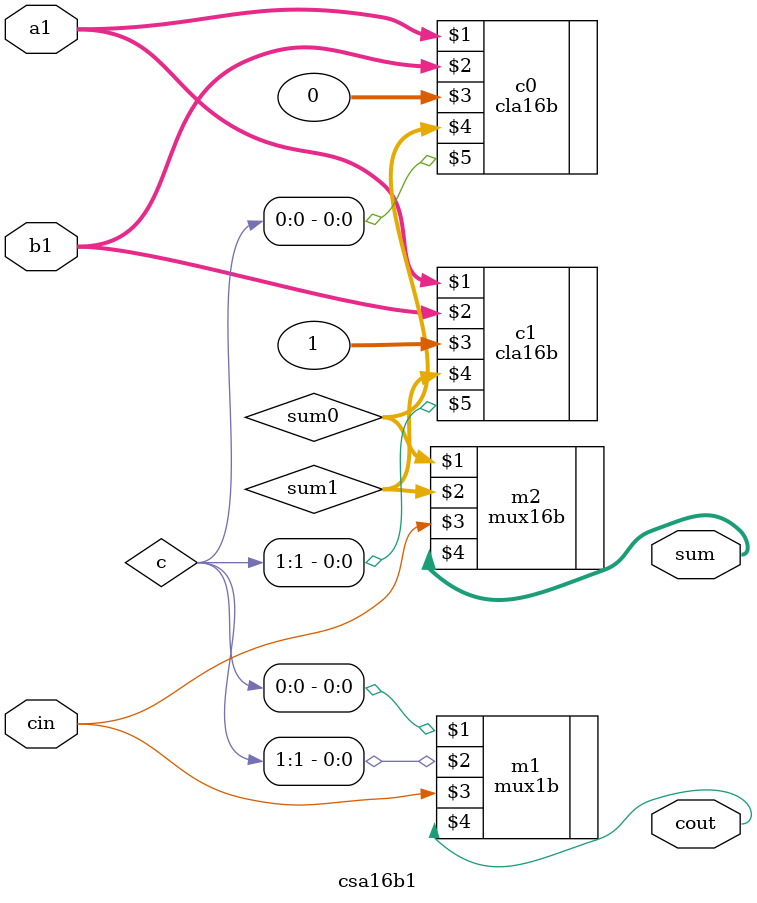
<source format=v>
module csa16b1(input[15:0] a1,b1, input cin, output[15:0] sum, output cout);
	wire[1:0] c;
	wire[15:0] sum0,sum1;
	cla16b c0(a1,b1,0,sum0,c[0]);
	cla16b c1(a1,b1,1,sum1,c[1]);
	mux1b m1(c[0],c[1],cin,cout);
	mux16b m2(sum0,sum1,cin,sum);
endmodule
</source>
